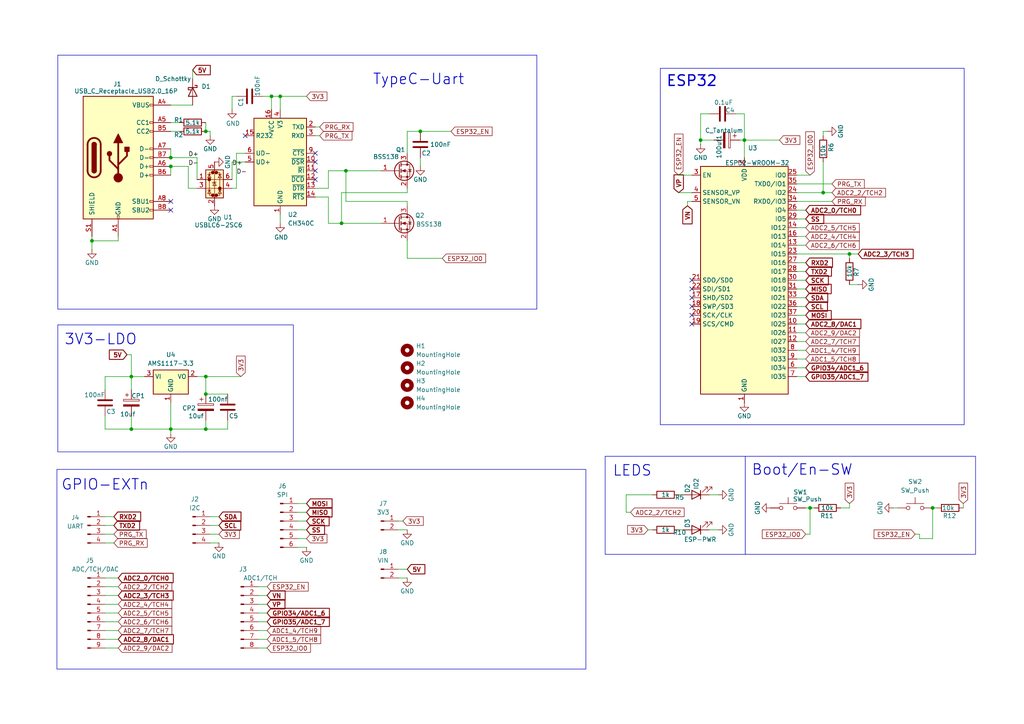
<source format=kicad_sch>
(kicad_sch (version 20231120) (generator "eeschema") (generator_version "8.0")
  (paper "A4")
  (title_block (title "CUSTOM ESP32") (date "2025-05-15"))
  (lib_symbols
    (symbol "Connector:Conn_01x02_Pin" (pin_names (offset 1.016) hide)
      (property "Reference" "J" (at 0 2.54 0))
      (property "Value" "Conn_01x02_Pin" (at 0 -5.08 0))
      (symbol "Conn_01x02_Pin_1_1"
        (pin passive line (at 5.08 0 180) (length 3.81) (name "Pin_1") (number "1"))
        (pin passive line (at 5.08 -2.54 180) (length 3.81) (name "Pin_2") (number "2"))
      )
    )
    (symbol "Connector:Conn_01x04_Pin" (pin_names (offset 1.016) hide)
      (property "Reference" "J" (at 0 5.08 0))
      (property "Value" "Conn_01x04_Pin" (at 0 -7.62 0))
      (symbol "Conn_01x04_Pin_1_1"
        (pin passive line (at 5.08 2.54 180) (length 3.81) (name "Pin_1") (number "1"))
        (pin passive line (at 5.08 0 180) (length 3.81) (name "Pin_2") (number "2"))
        (pin passive line (at 5.08 -2.54 180) (length 3.81) (name "Pin_3") (number "3"))
        (pin passive line (at 5.08 -5.08 180) (length 3.81) (name "Pin_4") (number "4"))
      )
    )
    (symbol "Connector:Conn_01x06_Pin" (pin_names (offset 1.016) hide)
      (property "Reference" "J" (at 0 7.62 0))
      (property "Value" "Conn_01x06_Pin" (at 0 -10.16 0))
      (symbol "Conn_01x06_Pin_1_1"
        (pin passive line (at 5.08 5.08 180) (length 3.81) (name "Pin_1") (number "1"))
        (pin passive line (at 5.08 2.54 180) (length 3.81) (name "Pin_2") (number "2"))
        (pin passive line (at 5.08 0 180) (length 3.81) (name "Pin_3") (number "3"))
        (pin passive line (at 5.08 -2.54 180) (length 3.81) (name "Pin_4") (number "4"))
        (pin passive line (at 5.08 -5.08 180) (length 3.81) (name "Pin_5") (number "5"))
        (pin passive line (at 5.08 -7.62 180) (length 3.81) (name "Pin_6") (number "6"))
      )
    )
    (symbol "Connector:Conn_01x08_Pin" (pin_names (offset 1.016) hide)
      (property "Reference" "J" (at 0 10.16 0))
      (property "Value" "Conn_01x08_Pin" (at 0 -12.7 0))
      (symbol "Conn_01x08_Pin_1_1"
        (pin passive line (at 5.08 7.62 180) (length 3.81) (name "Pin_1") (number "1"))
        (pin passive line (at 5.08 5.08 180) (length 3.81) (name "Pin_2") (number "2"))
        (pin passive line (at 5.08 2.54 180) (length 3.81) (name "Pin_3") (number "3"))
        (pin passive line (at 5.08 0 180) (length 3.81) (name "Pin_4") (number "4"))
        (pin passive line (at 5.08 -2.54 180) (length 3.81) (name "Pin_5") (number "5"))
        (pin passive line (at 5.08 -5.08 180) (length 3.81) (name "Pin_6") (number "6"))
        (pin passive line (at 5.08 -7.62 180) (length 3.81) (name "Pin_7") (number "7"))
        (pin passive line (at 5.08 -10.16 180) (length 3.81) (name "Pin_8") (number "8"))
      )
    )
    (symbol "Connector:Conn_01x09_Pin" (pin_names (offset 1.016) hide)
      (property "Reference" "J" (at 0 12.7 0))
      (property "Value" "Conn_01x09_Pin" (at 0 -12.7 0))
      (symbol "Conn_01x09_Pin_1_1"
        (pin passive line (at 5.08 10.16 180) (length 3.81) (name "Pin_1") (number "1"))
        (pin passive line (at 5.08 7.62 180) (length 3.81) (name "Pin_2") (number "2"))
        (pin passive line (at 5.08 5.08 180) (length 3.81) (name "Pin_3") (number "3"))
        (pin passive line (at 5.08 2.54 180) (length 3.81) (name "Pin_4") (number "4"))
        (pin passive line (at 5.08 0 180) (length 3.81) (name "Pin_5") (number "5"))
        (pin passive line (at 5.08 -2.54 180) (length 3.81) (name "Pin_6") (number "6"))
        (pin passive line (at 5.08 -5.08 180) (length 3.81) (name "Pin_7") (number "7"))
        (pin passive line (at 5.08 -7.62 180) (length 3.81) (name "Pin_8") (number "8"))
        (pin passive line (at 5.08 -10.16 180) (length 3.81) (name "Pin_9") (number "9"))
      )
    )
    (symbol "Connector:USB_C_Receptacle_USB2.0_16P" (pin_names (offset 1.016))
      (property "Reference" "J" (at 0 22.225 0))
      (property "Value" "USB_C_Receptacle_USB2.0_16P" (at 0 19.685 0))
      (symbol "USB_C_Receptacle_USB2.0_16P_1_1"
        (pin passive line (at 0 -22.86 90) (length 5.08) (name "GND") (number "A1"))
        (pin passive line (at 0 -22.86 90) (length 5.08) hide (name "GND") (number "A12"))
        (pin passive line (at 15.24 15.24 180) (length 5.08) (name "VBUS") (number "A4"))
        (pin bidirectional line (at 15.24 10.16 180) (length 5.08) (name "CC1") (number "A5"))
        (pin bidirectional line (at 15.24 -2.54 180) (length 5.08) (name "D+") (number "A6"))
        (pin bidirectional line (at 15.24 2.54 180) (length 5.08) (name "D-") (number "A7"))
        (pin bidirectional line (at 15.24 -12.7 180) (length 5.08) (name "SBU1") (number "A8"))
        (pin passive line (at 15.24 15.24 180) (length 5.08) hide (name "VBUS") (number "A9"))
        (pin passive line (at 0 -22.86 90) (length 5.08) hide (name "GND") (number "B1"))
        (pin passive line (at 0 -22.86 90) (length 5.08) hide (name "GND") (number "B12"))
        (pin passive line (at 15.24 15.24 180) (length 5.08) hide (name "VBUS") (number "B4"))
        (pin bidirectional line (at 15.24 7.62 180) (length 5.08) (name "CC2") (number "B5"))
        (pin bidirectional line (at 15.24 -5.08 180) (length 5.08) (name "D+") (number "B6"))
        (pin bidirectional line (at 15.24 0 180) (length 5.08) (name "D-") (number "B7"))
        (pin bidirectional line (at 15.24 -15.24 180) (length 5.08) (name "SBU2") (number "B8"))
        (pin passive line (at 15.24 15.24 180) (length 5.08) hide (name "VBUS") (number "B9"))
        (pin passive line (at -7.62 -22.86 90) (length 5.08) (name "SHIELD") (number "S1"))
      )
    )
    (symbol "Device:C" (pin_numbers hide) (pin_names (offset 0.254))
      (property "Reference" "C" (at 0.635 2.54 0))
      (property "Value" "C" (at 0.635 -2.54 0))
      (symbol "C_1_1"
        (pin passive line (at 0 3.81 270) (length 2.794) (name "~") (number "1"))
        (pin passive line (at 0 -3.81 90) (length 2.794) (name "~") (number "2"))
      )
    )
    (symbol "Device:C_Polarized" (pin_numbers hide) (pin_names (offset 0.254))
      (property "Reference" "C" (at 0.635 2.54 0))
      (property "Value" "C_Polarized" (at 0.635 -2.54 0))
      (symbol "C_Polarized_1_1"
        (pin passive line (at 0 3.81 270) (length 2.794) (name "~") (number "1"))
        (pin passive line (at 0 -3.81 90) (length 2.794) (name "~") (number "2"))
      )
    )
    (symbol "Device:D_Schottky" (pin_numbers hide) (pin_names (offset 1.016) hide)
      (property "Reference" "D" (at 0 2.54 0))
      (property "Value" "D_Schottky" (at 0 -2.54 0))
      (symbol "D_Schottky_1_1"
        (pin passive line (at -3.81 0 0) (length 2.54) (name "K") (number "1"))
        (pin passive line (at 3.81 0 180) (length 2.54) (name "A") (number "2"))
      )
    )
    (symbol "Device:LED" (pin_numbers hide) (pin_names (offset 1.016) hide)
      (property "Reference" "D" (at 0 2.54 0))
      (property "Value" "LED" (at 0 -2.54 0))
      (symbol "LED_1_1"
        (pin passive line (at -3.81 0 0) (length 2.54) (name "K") (number "1"))
        (pin passive line (at 3.81 0 180) (length 2.54) (name "A") (number "2"))
      )
    )
    (symbol "Device:R" (pin_numbers hide) (pin_names (offset 0))
      (property "Reference" "R" (at 2.032 0 90))
      (property "Value" "R" (at 0 0 90))
      (symbol "R_1_1"
        (pin passive line (at 0 3.81 270) (length 1.27) (name "~") (number "1"))
        (pin passive line (at 0 -3.81 90) (length 1.27) (name "~") (number "2"))
      )
    )
    (symbol "Interface_USB:CH340C"
      (property "Reference" "U6" (at 2.1941 -15.24 0))
      (property "Value" "CH340C" (at 2.1941 -17.78 0))
      (symbol "CH340C_1_1"
        (pin power_in line (at 0 -15.24 90) (length 2.54) (name "GND") (number "1"))
        (pin input line (at 10.16 0 180) (length 2.54) (name "~{DSR}") (number "10"))
        (pin input line (at 10.16 -2.54 180) (length 2.54) (name "~{RI}") (number "11"))
        (pin input line (at 10.16 -5.08 180) (length 2.54) (name "~{DCD}") (number "12"))
        (pin output line (at 10.16 -7.62 180) (length 2.54) (name "~{DTR}") (number "13"))
        (pin output line (at 10.16 -10.16 180) (length 2.54) (name "~{RTS}") (number "14"))
        (pin input line (at -10.16 7.62 0) (length 2.54) (name "R232") (number "15"))
        (pin power_in line (at -2.54 15.24 270) (length 2.54) (name "VCC") (number "16"))
        (pin output line (at 10.16 10.16 180) (length 2.54) (name "TXD") (number "2"))
        (pin input line (at 10.16 7.62 180) (length 2.54) (name "RXD") (number "3"))
        (pin power_out line (at 0 15.24 270) (length 2.54) (name "V3") (number "4"))
        (pin bidirectional line (at -10.16 0 0) (length 2.54) (name "UD+") (number "5"))
        (pin bidirectional line (at -10.16 2.54 0) (length 2.54) (name "UD-") (number "6"))
        (pin no_connect line (at -7.62 -5.08 0) (length 2.54) hide (name "NC") (number "7"))
        (pin no_connect line (at -7.62 -7.62 0) (length 2.54) hide (name "NC") (number "8"))
        (pin input line (at 10.16 2.54 180) (length 2.54) (name "~{CTS}") (number "9"))
      )
    )
    (symbol "Mechanical:MountingHole" (pin_names (offset 1.016)) (exclude_from_sim yes) (in_bom no)
      (property "Reference" "H" (at 0 5.08 0))
      (property "Value" "MountingHole" (at 0 3.175 0))
    )
    (symbol "Power_Protection:USBLC6-2SC6" (pin_names hide)
      (property "Reference" "U" (at 0.635 5.715 0))
      (property "Value" "USBLC6-2SC6" (at 0.635 3.81 0))
      (symbol "USBLC6-2SC6_1_1"
        (pin passive line (at -5.08 0 0) (length 2.54) (name "I/O1") (number "1"))
        (pin passive line (at 0 -7.62 90) (length 2.54) (name "GND") (number "2"))
        (pin passive line (at -5.08 -2.54 0) (length 2.54) (name "I/O2") (number "3"))
        (pin passive line (at 5.08 -2.54 180) (length 2.54) (name "I/O2") (number "4"))
        (pin passive line (at 0 5.08 270) (length 2.54) (name "VBUS") (number "5"))
        (pin passive line (at 5.08 0 180) (length 2.54) (name "I/O1") (number "6"))
      )
    )
    (symbol "RF_Module:ESP32-WROOM-32"
      (property "Reference" "U" (at -12.7 34.29 0))
      (property "Value" "ESP32-WROOM-32" (at 1.27 34.29 0))
      (symbol "ESP32-WROOM-32_1_1"
        (pin power_in line (at 0 -35.56 90) (length 2.54) (name "GND") (number "1"))
        (pin bidirectional line (at 15.24 -12.7 180) (length 2.54) (name "IO25") (number "10"))
        (pin bidirectional line (at 15.24 -15.24 180) (length 2.54) (name "IO26") (number "11"))
        (pin bidirectional line (at 15.24 -17.78 180) (length 2.54) (name "IO27") (number "12"))
        (pin bidirectional line (at 15.24 10.16 180) (length 2.54) (name "IO14") (number "13"))
        (pin bidirectional line (at 15.24 15.24 180) (length 2.54) (name "IO12") (number "14"))
        (pin passive line (at 0 -35.56 90) (length 2.54) hide (name "GND") (number "15"))
        (pin bidirectional line (at 15.24 12.7 180) (length 2.54) (name "IO13") (number "16"))
        (pin bidirectional line (at -15.24 -5.08 0) (length 2.54) (name "SHD/SD2") (number "17"))
        (pin bidirectional line (at -15.24 -7.62 0) (length 2.54) (name "SWP/SD3") (number "18"))
        (pin bidirectional line (at -15.24 -12.7 0) (length 2.54) (name "SCS/CMD") (number "19"))
        (pin power_in line (at 0 35.56 270) (length 2.54) (name "VDD") (number "2"))
        (pin bidirectional line (at -15.24 -10.16 0) (length 2.54) (name "SCK/CLK") (number "20"))
        (pin bidirectional line (at -15.24 0 0) (length 2.54) (name "SDO/SD0") (number "21"))
        (pin bidirectional line (at -15.24 -2.54 0) (length 2.54) (name "SDI/SD1") (number "22"))
        (pin bidirectional line (at 15.24 7.62 180) (length 2.54) (name "IO15") (number "23"))
        (pin bidirectional line (at 15.24 25.4 180) (length 2.54) (name "IO2") (number "24"))
        (pin bidirectional line (at 15.24 30.48 180) (length 2.54) (name "IO0") (number "25"))
        (pin bidirectional line (at 15.24 20.32 180) (length 2.54) (name "IO4") (number "26"))
        (pin bidirectional line (at 15.24 5.08 180) (length 2.54) (name "IO16") (number "27"))
        (pin bidirectional line (at 15.24 2.54 180) (length 2.54) (name "IO17") (number "28"))
        (pin bidirectional line (at 15.24 17.78 180) (length 2.54) (name "IO5") (number "29"))
        (pin input line (at -15.24 30.48 0) (length 2.54) (name "EN") (number "3"))
        (pin bidirectional line (at 15.24 0 180) (length 2.54) (name "IO18") (number "30"))
        (pin bidirectional line (at 15.24 -2.54 180) (length 2.54) (name "IO19") (number "31"))
        (pin no_connect line (at -12.7 -27.94 0) (length 2.54) hide (name "NC") (number "32"))
        (pin bidirectional line (at 15.24 -5.08 180) (length 2.54) (name "IO21") (number "33"))
        (pin bidirectional line (at 15.24 22.86 180) (length 2.54) (name "RXD0/IO3") (number "34"))
        (pin bidirectional line (at 15.24 27.94 180) (length 2.54) (name "TXD0/IO1") (number "35"))
        (pin bidirectional line (at 15.24 -7.62 180) (length 2.54) (name "IO22") (number "36"))
        (pin bidirectional line (at 15.24 -10.16 180) (length 2.54) (name "IO23") (number "37"))
        (pin passive line (at 0 -35.56 90) (length 2.54) hide (name "GND") (number "38"))
        (pin passive line (at 0 -35.56 90) (length 2.54) hide (name "GND") (number "39"))
        (pin input line (at -15.24 25.4 0) (length 2.54) (name "SENSOR_VP") (number "4"))
        (pin input line (at -15.24 22.86 0) (length 2.54) (name "SENSOR_VN") (number "5"))
        (pin input line (at 15.24 -25.4 180) (length 2.54) (name "IO34") (number "6"))
        (pin input line (at 15.24 -27.94 180) (length 2.54) (name "IO35") (number "7"))
        (pin bidirectional line (at 15.24 -20.32 180) (length 2.54) (name "IO32") (number "8"))
        (pin bidirectional line (at 15.24 -22.86 180) (length 2.54) (name "IO33") (number "9"))
      )
    )
    (symbol "Regulator_Linear:AMS1117-3.3"
      (property "Reference" "U" (at -3.81 3.175 0))
      (property "Value" "AMS1117-3.3" (at 0 3.175 0))
      (symbol "AMS1117-3.3_1_1"
        (pin power_in line (at 0 -7.62 90) (length 2.54) (name "GND") (number "1"))
        (pin power_out line (at 7.62 0 180) (length 2.54) (name "VO") (number "2"))
        (pin power_in line (at -7.62 0 0) (length 2.54) (name "VI") (number "3"))
      )
    )
    (symbol "Switch:SW_Push" (pin_numbers hide) (pin_names (offset 1.016) hide)
      (property "Reference" "SW" (at 1.27 2.54 0))
      (property "Value" "SW_Push" (at 0 -1.524 0))
      (symbol "SW_Push_0_1"
        (pin passive line (at -5.08 0 0) (length 2.54) (name "1") (number "1"))
        (pin passive line (at 5.08 0 180) (length 2.54) (name "2") (number "2"))
      )
    )
    (symbol "Transistor_FET:BSS138" (pin_names hide)
      (property "Reference" "Q" (at 5.08 1.905 0))
      (property "Value" "BSS138" (at 5.08 0 0))
      (symbol "BSS138_1_1"
        (pin input line (at -5.08 0 0) (length 2.54) (name "G") (number "1"))
        (pin passive line (at 2.54 -5.08 90) (length 2.54) (name "S") (number "2"))
        (pin passive line (at 2.54 5.08 270) (length 2.54) (name "D") (number "3"))
      )
    )
    (symbol "power:GND" (power) (pin_numbers hide) (pin_names (offset 0) hide)
      (property "Value" "GND" (at 0 -3.81 0))
      (symbol "GND_1_1"
        (pin power_in line (at 0 0 270) (length 0) (name "~") (number "1"))
      )
    )
  )
  (junction (at 49.53 48.26))
  (junction (at 100.33 49.53))
  (junction (at 49.53 124.46))
  (junction (at 59.69 114.3))
  (junction (at 238.76 55.88))
  (junction (at 234.95 147.32))
  (junction (at 59.69 124.46))
  (junction (at 121.92 38.1))
  (junction (at 49.53 45.72))
  (junction (at 99.06 64.77))
  (junction (at 38.1 109.22))
  (junction (at 270.51 147.32))
  (junction (at 59.69 109.22))
  (junction (at 246.38 73.66))
  (junction (at 215.9 40.64))
  (junction (at 59.69 38.1))
  (junction (at 81.28 27.94))
  (junction (at 38.1 124.46))
  (junction (at 203.2 40.64))
  (junction (at 78.74 27.94))
  (junction (at 26.67 69.85))
  (no_connect (at 49.53 60.96))
  (no_connect (at 200.66 91.44))
  (no_connect (at 200.66 83.82))
  (no_connect (at 200.66 86.36))
  (no_connect (at 91.44 44.45))
  (no_connect (at 91.44 46.99))
  (no_connect (at 49.53 58.42))
  (no_connect (at 91.44 49.53))
  (no_connect (at 200.66 81.28))
  (no_connect (at 200.66 93.98))
  (no_connect (at 71.12 39.37))
  (no_connect (at 91.44 52.07))
  (no_connect (at 200.66 88.9))
  (wire (pts (xy 59.69 124.46) (xy 66.04 124.46)))
  (wire (pts (xy 34.29 175.26) (xy 30.48 175.26)))
  (wire (pts (xy 121.92 45.72) (xy 121.92 48.26)))
  (wire (pts (xy 30.48 109.22) (xy 30.48 113.03)))
  (wire (pts (xy 60.96 39.37) (xy 60.96 38.1)))
  (wire (pts (xy 77.47 172.72) (xy 74.93 172.72)))
  (wire (pts (xy 63.5 152.4) (xy 60.96 152.4)))
  (wire (pts (xy 63.5 149.86) (xy 60.96 149.86)))
  (wire (pts (xy 33.02 149.86) (xy 30.48 149.86)))
  (wire (pts (xy 59.69 35.56) (xy 59.69 38.1)))
  (wire (pts (xy 30.48 109.22) (xy 38.1 109.22)))
  (wire (pts (xy 34.29 167.64) (xy 30.48 167.64)))
  (wire (pts (xy 214.63 40.64) (xy 215.9 40.64)))
  (wire (pts (xy 271.78 147.32) (xy 270.51 147.32)))
  (wire (pts (xy 49.53 124.46) (xy 49.53 125.73)))
  (wire (pts (xy 68.58 44.45) (xy 71.12 44.45)))
  (wire (pts (xy 118.11 58.42) (xy 100.33 58.42)))
  (wire (pts (xy 91.44 39.37) (xy 92.71 39.37)))
  (wire (pts (xy 34.29 182.88) (xy 30.48 182.88)))
  (wire (pts (xy 49.53 43.18) (xy 49.53 45.72)))
  (wire (pts (xy 234.95 147.32) (xy 234.95 154.94)))
  (wire (pts (xy 196.85 50.8) (xy 200.66 50.8)))
  (wire (pts (xy 203.2 40.64) (xy 203.2 41.91)))
  (wire (pts (xy 231.14 91.44) (xy 233.68 91.44)))
  (wire (pts (xy 196.85 143.51) (xy 198.12 143.51)))
  (wire (pts (xy 59.69 109.22) (xy 59.69 114.3)))
  (wire (pts (xy 57.15 52.07) (xy 57.15 45.72)))
  (wire (pts (xy 118.11 55.88) (xy 118.11 54.61)))
  (wire (pts (xy 30.48 124.46) (xy 38.1 124.46)))
  (wire (pts (xy 91.44 36.83) (xy 92.71 36.83)))
  (wire (pts (xy 57.15 109.22) (xy 59.69 109.22)))
  (wire (pts (xy 81.28 62.23) (xy 81.28 64.77)))
  (wire (pts (xy 91.44 54.61) (xy 95.25 54.61)))
  (wire (pts (xy 30.48 120.65) (xy 30.48 124.46)))
  (wire (pts (xy 231.14 106.68) (xy 233.68 106.68)))
  (wire (pts (xy 100.33 49.53) (xy 110.49 49.53)))
  (wire (pts (xy 238.76 55.88) (xy 241.3 55.88)))
  (wire (pts (xy 215.9 40.64) (xy 226.06 40.64)))
  (wire (pts (xy 67.31 27.94) (xy 67.31 31.75)))
  (wire (pts (xy 26.67 69.85) (xy 26.67 72.39)))
  (wire (pts (xy 231.14 88.9) (xy 233.68 88.9)))
  (wire (pts (xy 49.53 116.84) (xy 49.53 124.46)))
  (wire (pts (xy 86.36 156.21) (xy 88.9 156.21)))
  (wire (pts (xy 196.85 153.67) (xy 198.12 153.67)))
  (wire (pts (xy 118.11 167.64) (xy 115.57 167.64)))
  (wire (pts (xy 77.47 177.8) (xy 74.93 177.8)))
  (wire (pts (xy 77.47 187.96) (xy 74.93 187.96)))
  (wire (pts (xy 66.04 121.92) (xy 66.04 124.46)))
  (wire (pts (xy 266.7 156.21) (xy 270.51 156.21)))
  (wire (pts (xy 59.69 109.22) (xy 69.85 109.22)))
  (wire (pts (xy 88.9 151.13) (xy 86.36 151.13)))
  (wire (pts (xy 231.14 60.96) (xy 233.68 60.96)))
  (wire (pts (xy 246.38 147.32) (xy 243.84 147.32)))
  (wire (pts (xy 34.29 177.8) (xy 30.48 177.8)))
  (wire (pts (xy 77.47 170.18) (xy 74.93 170.18)))
  (wire (pts (xy 34.29 187.96) (xy 30.48 187.96)))
  (wire (pts (xy 60.96 154.94) (xy 63.5 154.94)))
  (wire (pts (xy 88.9 146.05) (xy 86.36 146.05)))
  (wire (pts (xy 54.61 54.61) (xy 54.61 48.26)))
  (wire (pts (xy 196.85 55.88) (xy 200.66 55.88)))
  (wire (pts (xy 238.76 38.1) (xy 240.03 38.1)))
  (wire (pts (xy 59.69 121.92) (xy 59.69 124.46)))
  (wire (pts (xy 231.14 55.88) (xy 238.76 55.88)))
  (wire (pts (xy 231.14 104.14) (xy 233.68 104.14)))
  (wire (pts (xy 49.53 30.48) (xy 55.88 30.48)))
  (wire (pts (xy 118.11 74.93) (xy 128.27 74.93)))
  (wire (pts (xy 118.11 153.67) (xy 115.57 153.67)))
  (wire (pts (xy 81.28 27.94) (xy 81.28 31.75)))
  (wire (pts (xy 231.14 81.28) (xy 233.68 81.28)))
  (wire (pts (xy 231.14 76.2) (xy 233.68 76.2)))
  (wire (pts (xy 215.9 40.64) (xy 215.9 45.72)))
  (wire (pts (xy 181.61 148.59) (xy 182.88 148.59)))
  (wire (pts (xy 199.39 59.69) (xy 199.39 58.42)))
  (wire (pts (xy 49.53 38.1) (xy 52.07 38.1)))
  (wire (pts (xy 231.14 53.34) (xy 241.3 53.34)))
  (wire (pts (xy 88.9 158.75) (xy 86.36 158.75)))
  (wire (pts (xy 77.47 185.42) (xy 74.93 185.42)))
  (wire (pts (xy 88.9 148.59) (xy 86.36 148.59)))
  (wire (pts (xy 49.53 35.56) (xy 52.07 35.56)))
  (wire (pts (xy 38.1 102.87) (xy 38.1 109.22)))
  (wire (pts (xy 118.11 69.85) (xy 118.11 74.93)))
  (wire (pts (xy 81.28 27.94) (xy 88.9 27.94)))
  (wire (pts (xy 234.95 147.32) (xy 236.22 147.32)))
  (wire (pts (xy 49.53 48.26) (xy 49.53 50.8)))
  (wire (pts (xy 41.91 109.22) (xy 38.1 109.22)))
  (wire (pts (xy 38.1 102.87) (xy 36.83 102.87)))
  (wire (pts (xy 233.68 147.32) (xy 234.95 147.32)))
  (wire (pts (xy 181.61 143.51) (xy 189.23 143.51)))
  (wire (pts (xy 246.38 146.05) (xy 246.38 147.32)))
  (wire (pts (xy 34.29 170.18) (xy 30.48 170.18)))
  (wire (pts (xy 259.08 147.32) (xy 260.35 147.32)))
  (wire (pts (xy 60.96 38.1) (xy 59.69 38.1)))
  (wire (pts (xy 231.14 109.22) (xy 233.68 109.22)))
  (wire (pts (xy 88.9 153.67) (xy 86.36 153.67)))
  (wire (pts (xy 213.36 33.02) (xy 215.9 33.02)))
  (wire (pts (xy 199.39 58.42) (xy 200.66 58.42)))
  (wire (pts (xy 34.29 69.85) (xy 26.67 69.85)))
  (wire (pts (xy 49.53 124.46) (xy 59.69 124.46)))
  (wire (pts (xy 77.47 182.88) (xy 74.93 182.88)))
  (wire (pts (xy 78.74 27.94) (xy 78.74 31.75)))
  (wire (pts (xy 238.76 46.99) (xy 238.76 55.88)))
  (wire (pts (xy 115.57 165.1) (xy 118.11 165.1)))
  (wire (pts (xy 231.14 101.6) (xy 233.68 101.6)))
  (wire (pts (xy 91.44 57.15) (xy 95.25 57.15)))
  (wire (pts (xy 60.96 157.48) (xy 63.5 157.48)))
  (wire (pts (xy 118.11 38.1) (xy 121.92 38.1)))
  (wire (pts (xy 231.14 73.66) (xy 246.38 73.66)))
  (wire (pts (xy 270.51 147.32) (xy 270.51 156.21)))
  (wire (pts (xy 49.53 48.26) (xy 54.61 48.26)))
  (wire (pts (xy 231.14 66.04) (xy 233.68 66.04)))
  (wire (pts (xy 118.11 55.88) (xy 99.06 55.88)))
  (wire (pts (xy 95.25 54.61) (xy 95.25 49.53)))
  (wire (pts (xy 26.67 69.85) (xy 26.67 68.58)))
  (wire (pts (xy 231.14 96.52) (xy 233.68 96.52)))
  (wire (pts (xy 68.58 54.61) (xy 68.58 44.45)))
  (wire (pts (xy 248.92 82.55) (xy 246.38 82.55)))
  (wire (pts (xy 231.14 68.58) (xy 233.68 68.58)))
  (wire (pts (xy 95.25 49.53) (xy 100.33 49.53)))
  (wire (pts (xy 76.2 27.94) (xy 78.74 27.94)))
  (wire (pts (xy 33.02 152.4) (xy 30.48 152.4)))
  (wire (pts (xy 95.25 57.15) (xy 95.25 64.77)))
  (wire (pts (xy 231.14 93.98) (xy 233.68 93.98)))
  (wire (pts (xy 203.2 33.02) (xy 203.2 40.64)))
  (wire (pts (xy 116.84 151.13) (xy 115.57 151.13)))
  (wire (pts (xy 181.61 143.51) (xy 181.61 148.59)))
  (wire (pts (xy 34.29 68.58) (xy 34.29 69.85)))
  (wire (pts (xy 38.1 120.65) (xy 38.1 124.46)))
  (wire (pts (xy 33.02 154.94) (xy 30.48 154.94)))
  (wire (pts (xy 59.69 114.3) (xy 66.04 114.3)))
  (wire (pts (xy 205.74 143.51) (xy 208.28 143.51)))
  (wire (pts (xy 55.88 20.32) (xy 55.88 22.86)))
  (wire (pts (xy 233.68 154.94) (xy 234.95 154.94)))
  (wire (pts (xy 231.14 63.5) (xy 233.68 63.5)))
  (wire (pts (xy 231.14 78.74) (xy 233.68 78.74)))
  (wire (pts (xy 34.29 180.34) (xy 30.48 180.34)))
  (wire (pts (xy 67.31 52.07) (xy 67.31 46.99)))
  (wire (pts (xy 34.29 172.72) (xy 30.48 172.72)))
  (wire (pts (xy 231.14 50.8) (xy 234.95 50.8)))
  (wire (pts (xy 231.14 58.42) (xy 241.3 58.42)))
  (wire (pts (xy 34.29 185.42) (xy 30.48 185.42)))
  (wire (pts (xy 238.76 38.1) (xy 238.76 39.37)))
  (wire (pts (xy 67.31 54.61) (xy 68.58 54.61)))
  (wire (pts (xy 118.11 59.69) (xy 118.11 58.42)))
  (wire (pts (xy 95.25 64.77) (xy 99.06 64.77)))
  (wire (pts (xy 203.2 40.64) (xy 207.01 40.64)))
  (wire (pts (xy 78.74 27.94) (xy 81.28 27.94)))
  (wire (pts (xy 231.14 86.36) (xy 233.68 86.36)))
  (wire (pts (xy 205.74 153.67) (xy 208.28 153.67)))
  (wire (pts (xy 279.4 146.05) (xy 279.4 147.32)))
  (wire (pts (xy 67.31 46.99) (xy 71.12 46.99)))
  (wire (pts (xy 266.7 154.94) (xy 266.7 156.21)))
  (wire (pts (xy 246.38 73.66) (xy 246.38 74.93)))
  (wire (pts (xy 99.06 64.77) (xy 110.49 64.77)))
  (wire (pts (xy 189.23 153.67) (xy 187.96 153.67)))
  (wire (pts (xy 246.38 73.66) (xy 248.92 73.66)))
  (wire (pts (xy 231.14 99.06) (xy 233.68 99.06)))
  (wire (pts (xy 99.06 55.88) (xy 99.06 64.77)))
  (wire (pts (xy 57.15 54.61) (xy 54.61 54.61)))
  (wire (pts (xy 215.9 33.02) (xy 215.9 40.64)))
  (wire (pts (xy 118.11 44.45) (xy 118.11 38.1)))
  (wire (pts (xy 265.43 154.94) (xy 266.7 154.94)))
  (wire (pts (xy 100.33 49.53) (xy 100.33 58.42)))
  (wire (pts (xy 231.14 83.82) (xy 233.68 83.82)))
  (wire (pts (xy 38.1 124.46) (xy 49.53 124.46)))
  (wire (pts (xy 121.92 38.1) (xy 130.81 38.1)))
  (wire (pts (xy 33.02 157.48) (xy 30.48 157.48)))
  (wire (pts (xy 77.47 180.34) (xy 74.93 180.34)))
  (wire (pts (xy 77.47 175.26) (xy 74.93 175.26)))
  (wire (pts (xy 38.1 109.22) (xy 38.1 113.03)))
  (wire (pts (xy 231.14 71.12) (xy 233.68 71.12)))
  (wire (pts (xy 67.31 27.94) (xy 68.58 27.94)))
  (wire (pts (xy 49.53 45.72) (xy 57.15 45.72)))
  (wire (pts (xy 205.74 33.02) (xy 203.2 33.02)))
  (rectangle (start 16.51 136.144) (end 169.926 194.056))
  (rectangle (start 16.764 94.234) (end 85.09 131.064))
  (rectangle (start 216.154 132.334) (end 282.956 160.782))
  (rectangle (start 16.764 16.002) (end 155.702 89.662))
  (rectangle (start 191.516 19.812) (end 279.654 123.19))
  (rectangle (start 175.514 132.334) (end 216.154 160.782))
  (text "Boot/En-SW" (at 232.664 136.398 0) (effects (font (size 3.048 3.048) (thickness 0.254) (bold yes))))
  (text "GPIO-EXTn" (at 30.48 140.716 0) (effects (font (size 3.048 3.048) (thickness 0.254) (bold yes))))
  (text "3V3-LDO" (at 29.21 98.552 0) (effects (font (size 3.048 3.048) (thickness 0.254) (bold yes))))
  (text "TypeC-Uart" (at 121.412 23.114 0) (effects (font (size 3.048 3.048) (thickness 0.254) (bold yes))))
  (text "LEDS" (at 183.388 136.652 0) (effects (font (size 3.048 3.048) (thickness 0.254) (bold yes))))
  (text "ESP32" (at 200.66 23.622 0) (effects (font (size 3.048 3.048) (thickness 0.4064) (bold yes))))
  (label "D-" (at 54.61 48.26 0))
  (label "D+" (at 54.61 45.72 0))
  (label "D+" (at 67.31 48.26 0))
  (label "D-" (at 68.58 50.8 0))
  (global_label "3V3" (shape input) (at 63.5 154.94 0) (property "Intersheetrefs" "${INTERSHEET_REFS}" (effects (hide yes))))
  (global_label "PRG_RX" (shape input) (at 33.02 157.48 0) (property "Intersheetrefs" "${INTERSHEET_REFS}" (effects (hide yes))))
  (global_label "ADC1_4{slash}TCH9" (shape input) (at 233.68 101.6 0) (property "Intersheetrefs" "${INTERSHEET_REFS}" (effects (hide yes))))
  (global_label "VP" (shape input) (at 77.47 175.26 0) (effects (font (thickness 0.254) (bold yes))) (property "Intersheetrefs" "${INTERSHEET_REFS}" (effects (hide yes))))
  (global_label "TXD2" (shape input) (at 33.02 152.4 0) (effects (font (thickness 0.254) (bold yes))) (property "Intersheetrefs" "${INTERSHEET_REFS}" (effects (hide yes))))
  (global_label "ESP32_IO0" (shape input) (at 128.27 74.93 0) (property "Intersheetrefs" "${INTERSHEET_REFS}" (effects (hide yes))))
  (global_label "3V3" (shape input) (at 246.38 146.05 90) (property "Intersheetrefs" "${INTERSHEET_REFS}" (effects (hide yes))))
  (global_label "ADC2_0{slash}TCH0" (shape input) (at 34.29 167.64 0) (effects (font (thickness 0.254) (bold yes))) (property "Intersheetrefs" "${INTERSHEET_REFS}" (effects (hide yes))))
  (global_label "VN" (shape input) (at 77.47 172.72 0) (effects (font (thickness 0.254) (bold yes))) (property "Intersheetrefs" "${INTERSHEET_REFS}" (effects (hide yes))))
  (global_label "GPIO35{slash}ADC1_7" (shape input) (at 233.68 109.22 0) (effects (font (thickness 0.254) (bold yes))) (property "Intersheetrefs" "${INTERSHEET_REFS}" (effects (hide yes))))
  (global_label "3V3" (shape input) (at 279.4 146.05 90) (property "Intersheetrefs" "${INTERSHEET_REFS}" (effects (hide yes))))
  (global_label "ADC2_2{slash}TCH2" (shape input) (at 34.29 170.18 0) (property "Intersheetrefs" "${INTERSHEET_REFS}" (effects (hide yes))))
  (global_label "ESP32_IO0" (shape input) (at 233.68 154.94 180) (property "Intersheetrefs" "${INTERSHEET_REFS}" (effects (hide yes))))
  (global_label "ADC2_2{slash}TCH2" (shape input) (at 241.3 55.88 0) (property "Intersheetrefs" "${INTERSHEET_REFS}" (effects (hide yes))))
  (global_label "PRG_RX" (shape input) (at 241.3 58.42 0) (property "Intersheetrefs" "${INTERSHEET_REFS}" (effects (hide yes))))
  (global_label "ADC2_6{slash}TCH6" (shape input) (at 233.68 71.12 0) (property "Intersheetrefs" "${INTERSHEET_REFS}" (effects (hide yes))))
  (global_label "SDA" (shape input) (at 233.68 86.36 0) (effects (font (thickness 0.254) (bold yes))) (property "Intersheetrefs" "${INTERSHEET_REFS}" (effects (hide yes))))
  (global_label "PRG_TX" (shape input) (at 241.3 53.34 0) (property "Intersheetrefs" "${INTERSHEET_REFS}" (effects (hide yes))))
  (global_label "ESP32_IO0" (shape input) (at 77.47 187.96 0) (property "Intersheetrefs" "${INTERSHEET_REFS}" (effects (hide yes))))
  (global_label "SCK" (shape input) (at 233.68 81.28 0) (effects (font (thickness 0.254) (bold yes))) (property "Intersheetrefs" "${INTERSHEET_REFS}" (effects (hide yes))))
  (global_label "ADC2_4{slash}TCH4" (shape input) (at 34.29 175.26 0) (property "Intersheetrefs" "${INTERSHEET_REFS}" (effects (hide yes))))
  (global_label "3V3" (shape input) (at 88.9 156.21 0) (property "Intersheetrefs" "${INTERSHEET_REFS}" (effects (hide yes))))
  (global_label "SS" (shape input) (at 233.68 63.5 0) (effects (font (thickness 0.254) (bold yes))) (property "Intersheetrefs" "${INTERSHEET_REFS}" (effects (hide yes))))
  (global_label "ADC2_7{slash}TCH7" (shape input) (at 233.68 99.06 0) (property "Intersheetrefs" "${INTERSHEET_REFS}" (effects (hide yes))))
  (global_label "VP" (shape input) (at 196.85 55.88 90) (effects (font (thickness 0.254) (bold yes))) (property "Intersheetrefs" "${INTERSHEET_REFS}" (effects (hide yes))))
  (global_label "ADC2_7{slash}TCH7" (shape input) (at 34.29 182.88 0) (property "Intersheetrefs" "${INTERSHEET_REFS}" (effects (hide yes))))
  (global_label "ESP32_IO0" (shape input) (at 234.95 50.8 90) (property "Intersheetrefs" "${INTERSHEET_REFS}" (effects (hide yes))))
  (global_label "ESP32_EN" (shape input) (at 265.43 154.94 180) (property "Intersheetrefs" "${INTERSHEET_REFS}" (effects (hide yes))))
  (global_label "5V" (shape input) (at 55.88 20.32 0) (effects (font (thickness 0.254) (bold yes))) (property "Intersheetrefs" "${INTERSHEET_REFS}" (effects (hide yes))))
  (global_label "SCL" (shape input) (at 233.68 88.9 0) (effects (font (thickness 0.254) (bold yes))) (property "Intersheetrefs" "${INTERSHEET_REFS}" (effects (hide yes))))
  (global_label "PRG_TX" (shape input) (at 92.71 39.37 0) (property "Intersheetrefs" "${INTERSHEET_REFS}" (effects (hide yes))))
  (global_label "VN" (shape input) (at 199.39 59.69 270) (effects (font (thickness 0.254) (bold yes))) (property "Intersheetrefs" "${INTERSHEET_REFS}" (effects (hide yes))))
  (global_label "3V3" (shape input) (at 116.84 151.13 0) (property "Intersheetrefs" "${INTERSHEET_REFS}" (effects (hide yes))))
  (global_label "SCL" (shape input) (at 63.5 152.4 0) (effects (font (thickness 0.254) (bold yes))) (property "Intersheetrefs" "${INTERSHEET_REFS}" (effects (hide yes))))
  (global_label "GPIO35{slash}ADC1_7" (shape input) (at 77.47 180.34 0) (effects (font (thickness 0.254) (bold yes))) (property "Intersheetrefs" "${INTERSHEET_REFS}" (effects (hide yes))))
  (global_label "ADC2_3{slash}TCH3" (shape input) (at 248.92 73.66 0) (effects (font (thickness 0.254) (bold yes))) (property "Intersheetrefs" "${INTERSHEET_REFS}" (effects (hide yes))))
  (global_label "ESP32_EN" (shape input) (at 130.81 38.1 0) (property "Intersheetrefs" "${INTERSHEET_REFS}" (effects (hide yes))))
  (global_label "ADC2_0{slash}TCH0" (shape input) (at 233.68 60.96 0) (effects (font (thickness 0.254) (bold yes))) (property "Intersheetrefs" "${INTERSHEET_REFS}" (effects (hide yes))))
  (global_label "3V3" (shape input) (at 187.96 153.67 180) (property "Intersheetrefs" "${INTERSHEET_REFS}" (effects (hide yes))))
  (global_label "ADC2_8{slash}DAC1" (shape input) (at 233.68 93.98 0) (effects (font (thickness 0.254) (bold yes))) (property "Intersheetrefs" "${INTERSHEET_REFS}" (effects (hide yes))))
  (global_label "ADC2_5{slash}TCH5" (shape input) (at 233.68 66.04 0) (property "Intersheetrefs" "${INTERSHEET_REFS}" (effects (hide yes))))
  (global_label "SDA" (shape input) (at 63.5 149.86 0) (effects (font (thickness 0.254) (bold yes))) (property "Intersheetrefs" "${INTERSHEET_REFS}" (effects (hide yes))))
  (global_label "MOSI" (shape input) (at 88.9 146.05 0) (effects (font (thickness 0.254) (bold yes))) (property "Intersheetrefs" "${INTERSHEET_REFS}" (effects (hide yes))))
  (global_label "ADC1_5{slash}TCH8" (shape input) (at 233.68 104.14 0) (property "Intersheetrefs" "${INTERSHEET_REFS}" (effects (hide yes))))
  (global_label "ADC2_2{slash}TCH2" (shape input) (at 182.88 148.59 0) (property "Intersheetrefs" "${INTERSHEET_REFS}" (effects (hide yes))))
  (global_label "ADC1_5{slash}TCH8" (shape input) (at 77.47 185.42 0) (property "Intersheetrefs" "${INTERSHEET_REFS}" (effects (hide yes))))
  (global_label "MISO" (shape input) (at 233.68 83.82 0) (effects (font (thickness 0.254) (bold yes))) (property "Intersheetrefs" "${INTERSHEET_REFS}" (effects (hide yes))))
  (global_label "ESP32_EN" (shape input) (at 196.85 50.8 90) (property "Intersheetrefs" "${INTERSHEET_REFS}" (effects (hide yes))))
  (global_label "ADC2_6{slash}TCH6" (shape input) (at 34.29 180.34 0) (property "Intersheetrefs" "${INTERSHEET_REFS}" (effects (hide yes))))
  (global_label "MISO" (shape input) (at 88.9 148.59 0) (effects (font (thickness 0.254) (bold yes))) (property "Intersheetrefs" "${INTERSHEET_REFS}" (effects (hide yes))))
  (global_label "3V3" (shape input) (at 88.9 27.94 0) (property "Intersheetrefs" "${INTERSHEET_REFS}" (effects (hide yes))))
  (global_label "ADC2_9{slash}DAC2" (shape input) (at 233.68 96.52 0) (property "Intersheetrefs" "${INTERSHEET_REFS}" (effects (hide yes))))
  (global_label "5V" (shape input) (at 36.83 102.87 180) (effects (font (thickness 0.254) (bold yes))) (property "Intersheetrefs" "${INTERSHEET_REFS}" (effects (hide yes))))
  (global_label "ADC1_4{slash}TCH9" (shape input) (at 77.47 182.88 0) (property "Intersheetrefs" "${INTERSHEET_REFS}" (effects (hide yes))))
  (global_label "ESP32_EN" (shape input) (at 77.47 170.18 0) (property "Intersheetrefs" "${INTERSHEET_REFS}" (effects (hide yes))))
  (global_label "SCK" (shape input) (at 88.9 151.13 0) (effects (font (thickness 0.254) (bold yes))) (property "Intersheetrefs" "${INTERSHEET_REFS}" (effects (hide yes))))
  (global_label "MOSI" (shape input) (at 233.68 91.44 0) (effects (font (thickness 0.254) (bold yes))) (property "Intersheetrefs" "${INTERSHEET_REFS}" (effects (hide yes))))
  (global_label "RXD2" (shape input) (at 233.68 76.2 0) (effects (font (thickness 0.254) (bold yes))) (property "Intersheetrefs" "${INTERSHEET_REFS}" (effects (hide yes))))
  (global_label "ADC2_3{slash}TCH3" (shape input) (at 34.29 172.72 0) (effects (font (thickness 0.254) (bold yes))) (property "Intersheetrefs" "${INTERSHEET_REFS}" (effects (hide yes))))
  (global_label "GPIO34{slash}ADC1_6" (shape input) (at 77.47 177.8 0) (effects (font (thickness 0.254) (bold yes))) (property "Intersheetrefs" "${INTERSHEET_REFS}" (effects (hide yes))))
  (global_label "3V3" (shape input) (at 69.85 109.22 90) (property "Intersheetrefs" "${INTERSHEET_REFS}" (effects (hide yes))))
  (global_label "5V" (shape input) (at 118.11 165.1 0) (effects (font (thickness 0.254) (bold yes))) (property "Intersheetrefs" "${INTERSHEET_REFS}" (effects (hide yes))))
  (global_label "RXD2" (shape input) (at 33.02 149.86 0) (effects (font (thickness 0.254) (bold yes))) (property "Intersheetrefs" "${INTERSHEET_REFS}" (effects (hide yes))))
  (global_label "PRG_TX" (shape input) (at 33.02 154.94 0) (property "Intersheetrefs" "${INTERSHEET_REFS}" (effects (hide yes))))
  (global_label "GPIO34{slash}ADC1_6" (shape input) (at 233.68 106.68 0) (effects (font (thickness 0.254) (bold yes))) (property "Intersheetrefs" "${INTERSHEET_REFS}" (effects (hide yes))))
  (global_label "SS" (shape input) (at 88.9 153.67 0) (effects (font (thickness 0.254) (bold yes))) (property "Intersheetrefs" "${INTERSHEET_REFS}" (effects (hide yes))))
  (global_label "ADC2_8{slash}DAC1" (shape input) (at 34.29 185.42 0) (effects (font (thickness 0.254) (bold yes))) (property "Intersheetrefs" "${INTERSHEET_REFS}" (effects (hide yes))))
  (global_label "TXD2" (shape input) (at 233.68 78.74 0) (effects (font (thickness 0.254) (bold yes))) (property "Intersheetrefs" "${INTERSHEET_REFS}" (effects (hide yes))))
  (global_label "3V3" (shape input) (at 226.06 40.64 0) (property "Intersheetrefs" "${INTERSHEET_REFS}" (effects (hide yes))))
  (global_label "ADC2_4{slash}TCH4" (shape input) (at 233.68 68.58 0) (property "Intersheetrefs" "${INTERSHEET_REFS}" (effects (hide yes))))
  (global_label "ADC2_9{slash}DAC2" (shape input) (at 34.29 187.96 0) (property "Intersheetrefs" "${INTERSHEET_REFS}" (effects (hide yes))))
  (global_label "ADC2_5{slash}TCH5" (shape input) (at 34.29 177.8 0) (property "Intersheetrefs" "${INTERSHEET_REFS}" (effects (hide yes))))
  (global_label "PRG_RX" (shape input) (at 92.71 36.83 0) (property "Intersheetrefs" "${INTERSHEET_REFS}" (effects (hide yes))))
  (symbol (lib_id "Device:C") (at 121.92 41.91 180) (unit 1)
    (property "Reference" "C2" (at 124.968 44.45 0) (effects (justify left)))
    (property "Value" "100nF" (at 130.81 41.91 0) (effects (justify left)))
    (property "Footprint" "Capacitor_SMD:C_0805_2012Metric_Pad1.18x1.45mm_HandSolder" (effects (hide yes)))
    (property "Description" "Unpolarized capacitor" (effects (hide yes)))
  )
  (symbol (lib_id "Device:C_Polarized") (at 210.82 40.64 270) (unit 1)
    (property "Reference" "100uf1" (at 208.534 39.116 0) (effects (justify left)))
    (property "Value" "C_Tantalum" (at 204.47 37.846 90) (effects (justify left)))
    (property "Footprint" "Capacitor_Tantalum_SMD:CP_EIA-3216-10_Kemet-I" (effects (hide yes)))
    (property "Description" "Polarized capacitor" (effects (hide yes)))
  )
  (symbol (lib_id "power:GND") (at 208.28 153.67 90) (unit 1)
    (property "Reference" "#PWR013" (effects (hide yes)))
    (property "Value" "GND" (at 212.09 153.67 0))
    (property "Description" "Power symbol creates a global label with name \"GND\" , ground" (effects (hide yes)))
  )
  (symbol (lib_id "Device:C_Polarized") (at 59.69 118.11 0) (unit 1)
    (property "Reference" "CP2" (at 52.832 118.364 0) (effects (justify left)))
    (property "Value" "10uf" (at 54.61 120.65 0) (effects (justify left)))
    (property "Footprint" "Capacitor_SMD:C_0805_2012Metric_Pad1.18x1.45mm_HandSolder" (effects (hide yes)))
    (property "Description" "Polarized capacitor" (effects (hide yes)))
  )
  (symbol (lib_id "power:GND") (at 203.2 41.91 0) (unit 1)
    (property "Reference" "#PWR09" (effects (hide yes)))
    (property "Value" "GND" (at 203.2 45.72 0))
    (property "Description" "Power symbol creates a global label with name \"GND\" , ground" (effects (hide yes)))
  )
  (symbol (lib_id "power:GND") (at 63.5 157.48 0) (unit 1)
    (property "Reference" "#PWR08" (effects (hide yes)))
    (property "Value" "GND" (at 63.5 161.29 0))
    (property "Description" "Power symbol creates a global label with name \"GND\" , ground" (effects (hide yes)))
  )
  (symbol (lib_id "Device:C_Polarized") (at 38.1 116.84 0) (unit 1)
    (property "Reference" "CP1" (at 38.1 114.808 0) (effects (justify left)))
    (property "Value" "10uf" (at 34.798 120.142 0) (effects (justify left)))
    (property "Footprint" "Capacitor_SMD:C_0805_2012Metric_Pad1.18x1.45mm_HandSolder" (effects (hide yes)))
    (property "Description" "Polarized capacitor" (effects (hide yes)))
  )
  (symbol (lib_id "power:GND") (at 118.11 167.64 0) (unit 1)
    (property "Reference" "#PWR019" (effects (hide yes)))
    (property "Value" "GND" (at 118.11 171.45 0))
    (property "Description" "Power symbol creates a global label with name \"GND\" , ground" (effects (hide yes)))
  )
  (symbol (lib_id "Device:C") (at 66.04 118.11 180) (unit 1)
    (property "Reference" "C5" (at 69.088 120.65 0) (effects (justify left)))
    (property "Value" "100nf" (at 66.04 115.824 0) (effects (justify left)))
    (property "Footprint" "Capacitor_SMD:C_0805_2012Metric_Pad1.18x1.45mm_HandSolder" (effects (hide yes)))
    (property "Description" "Unpolarized capacitor" (effects (hide yes)))
  )
  (symbol (lib_id "Transistor_FET:BSS138") (at 115.57 49.53 0) (unit 1)
    (property "Reference" "Q1" (at 114.808 43.434 0) (effects (justify left)))
    (property "Value" "BSS138" (at 108.204 45.466 0) (effects (justify left)))
    (property "Footprint" "Package_TO_SOT_SMD:SOT-23" (effects (hide yes)))
    (property "Datasheet" "https://www.onsemi.com/pub/Collateral/BSS138-D.PDF" (effects (hide yes)))
    (property "Description" "50V Vds, 0.22A Id, N-Channel MOSFET, SOT-23" (effects (hide yes)))
  )
  (symbol (lib_id "Power_Protection:USBLC6-2SC6") (at 62.23 52.07 0) (unit 1)
    (property "Reference" "U1" (at 64.77 62.992 0) (effects (justify left)))
    (property "Value" "USBLC6-2SC6" (at 56.388 65.278 0) (effects (justify left)))
    (property "Footprint" "Package_TO_SOT_SMD:SOT-23-6" (effects (hide yes)))
    (property "Datasheet" "https://www.st.com/resource/en/datasheet/usblc6-2.pdf" (effects (hide yes)))
    (property "Description" "Very low capacitance ESD protection diode, 2 data-line, SOT-23-6" (effects (hide yes)))
  )
  (symbol (lib_id "power:GND") (at 26.67 72.39 0) (unit 1)
    (property "Reference" "#PWR01" (effects (hide yes)))
    (property "Value" "GND" (at 26.67 76.2 0))
    (property "Description" "Power symbol creates a global label with name \"GND\" , ground" (effects (hide yes)))
  )
  (symbol (lib_id "Regulator_Linear:AMS1117-3.3") (at 49.53 109.22 0) (unit 1)
    (property "Reference" "U4" (at 49.53 102.87 0))
    (property "Value" "AMS1117-3.3" (at 49.53 105.41 0))
    (property "Footprint" "Package_TO_SOT_SMD:SOT-223-3_TabPin2" (effects (hide yes)))
    (property "Datasheet" "http://www.advanced-monolithic.com/pdf/ds1117.pdf" (effects (hide yes)))
    (property "Description" "1A Low Dropout regulator, positive, 3.3V fixed output, SOT-223" (effects (hide yes)))
  )
  (symbol (lib_id "power:GND") (at 81.28 64.77 0) (unit 1)
    (property "Reference" "#PWR06" (effects (hide yes)))
    (property "Value" "GND" (at 81.534 68.834 0))
    (property "Description" "Power symbol creates a global label with name \"GND\" , ground" (effects (hide yes)))
  )
  (symbol (lib_id "Mechanical:MountingHole") (at 118.11 101.6 0) (unit 1) (exclude_from_sim yes) (in_bom no)
    (property "Reference" "H1" (at 120.65 100.3299 0) (effects (justify left)))
    (property "Value" "MountingHole" (at 120.65 102.8699 0) (effects (justify left)))
    (property "Footprint" "MountingHole:MountingHole_2.2mm_M2" (effects (hide yes)))
    (property "Description" "Mounting Hole without connection" (effects (hide yes)))
  )
  (symbol (lib_id "Device:R") (at 55.88 38.1 90) (unit 1)
    (property "Reference" "R2" (at 51.816 39.116 90))
    (property "Value" "5.1k" (at 55.88 38.1 90))
    (property "Footprint" "Resistor_SMD:R_0805_2012Metric_Pad1.20x1.40mm_HandSolder" (effects (hide yes)))
    (property "Description" "Resistor" (effects (hide yes)))
  )
  (symbol (lib_id "Switch:SW_Push") (at 265.43 147.32 0) (unit 1)
    (property "Reference" "SW2" (at 265.43 139.7 0))
    (property "Value" "SW_Push" (at 265.43 142.24 0))
    (property "Footprint" "Button_Switch_SMD:SW_Tactile_SPST_NO_Straight_CK_PTS636Sx25SMTRLFS" (effects (hide yes)))
    (property "Description" "Push button switch, generic, two pins" (effects (hide yes)))
  )
  (symbol (lib_id "power:GND") (at 240.03 38.1 90) (unit 1)
    (property "Reference" "#PWR020" (effects (hide yes)))
    (property "Value" "GND" (at 243.84 38.1 0))
    (property "Description" "Power symbol creates a global label with name \"GND\" , ground" (effects (hide yes)))
  )
  (symbol (lib_id "Mechanical:MountingHole") (at 118.11 111.76 0) (unit 1) (exclude_from_sim yes) (in_bom no)
    (property "Reference" "H3" (at 120.65 110.4899 0) (effects (justify left)))
    (property "Value" "MountingHole" (at 120.65 113.0299 0) (effects (justify left)))
    (property "Footprint" "MountingHole:MountingHole_2.2mm_M2" (effects (hide yes)))
    (property "Description" "Mounting Hole without connection" (effects (hide yes)))
  )
  (symbol (lib_id "Mechanical:MountingHole") (at 118.11 106.68 0) (unit 1) (exclude_from_sim yes) (in_bom no)
    (property "Reference" "H2" (at 120.65 105.4099 0) (effects (justify left)))
    (property "Value" "MountingHole" (at 120.65 107.9499 0) (effects (justify left)))
    (property "Footprint" "MountingHole:MountingHole_2.2mm_M2" (effects (hide yes)))
    (property "Description" "Mounting Hole without connection" (effects (hide yes)))
  )
  (symbol (lib_id "Device:C") (at 209.55 33.02 90) (unit 1)
    (property "Reference" "C4" (at 213.106 32.004 90) (effects (justify left)))
    (property "Value" "0.1uF" (at 212.598 29.718 90) (effects (justify left)))
    (property "Footprint" "Capacitor_SMD:C_0805_2012Metric_Pad1.18x1.45mm_HandSolder" (effects (hide yes)))
    (property "Description" "Unpolarized capacitor" (effects (hide yes)))
  )
  (symbol (lib_id "power:GND") (at 88.9 158.75 0) (unit 1)
    (property "Reference" "#PWR017" (effects (hide yes)))
    (property "Value" "GND" (at 88.9 162.56 0))
    (property "Description" "Power symbol creates a global label with name \"GND\" , ground" (effects (hide yes)))
  )
  (symbol (lib_id "power:GND") (at 62.23 59.69 0) (unit 1)
    (property "Reference" "#PWR04" (effects (hide yes)))
    (property "Value" "GND" (at 62.23 63.5 0))
    (property "Description" "Power symbol creates a global label with name \"GND\" , ground" (effects (hide yes)))
  )
  (symbol (lib_id "Mechanical:MountingHole") (at 118.11 116.84 0) (unit 1) (exclude_from_sim yes) (in_bom no)
    (property "Reference" "H4" (at 120.65 115.5699 0) (effects (justify left)))
    (property "Value" "MountingHole" (at 120.65 118.1099 0) (effects (justify left)))
    (property "Footprint" "MountingHole:MountingHole_2.2mm_M2" (effects (hide yes)))
    (property "Description" "Mounting Hole without connection" (effects (hide yes)))
  )
  (symbol (lib_id "power:GND") (at 208.28 143.51 90) (unit 1)
    (property "Reference" "#PWR011" (effects (hide yes)))
    (property "Value" "GND" (at 212.09 143.51 0))
    (property "Description" "Power symbol creates a global label with name \"GND\" , ground" (effects (hide yes)))
  )
  (symbol (lib_id "Device:R") (at 238.76 43.18 0) (unit 1)
    (property "Reference" "R6" (at 241.046 41.402 90) (effects (justify right)))
    (property "Value" "10k" (at 238.76 41.91 90) (effects (justify right)))
    (property "Footprint" "Resistor_SMD:R_0805_2012Metric_Pad1.20x1.40mm_HandSolder" (effects (hide yes)))
    (property "Description" "Resistor" (effects (hide yes)))
  )
  (symbol (lib_id "Device:R") (at 193.04 153.67 270) (unit 1)
    (property "Reference" "R10" (at 197.104 154.432 90))
    (property "Value" "1k" (at 193.04 153.67 90))
    (property "Footprint" "Resistor_SMD:R_0805_2012Metric_Pad1.20x1.40mm_HandSolder" (effects (hide yes)))
    (property "Description" "Resistor" (effects (hide yes)))
  )
  (symbol (lib_id "Transistor_FET:BSS138") (at 115.57 64.77 0) (unit 1)
    (property "Reference" "Q2" (at 120.396 62.484 0) (effects (justify left)))
    (property "Value" "BSS138" (at 120.65 65.024 0) (effects (justify left)))
    (property "Footprint" "Package_TO_SOT_SMD:SOT-23" (effects (hide yes)))
    (property "Datasheet" "https://www.onsemi.com/pub/Collateral/BSS138-D.PDF" (effects (hide yes)))
    (property "Description" "50V Vds, 0.22A Id, N-Channel MOSFET, SOT-23" (effects (hide yes)))
  )
  (symbol (lib_id "Device:D_Schottky") (at 55.88 26.67 270) (unit 1)
    (property "Reference" "D1" (at 58.42 25.0824 90) (effects (justify left)))
    (property "Value" "D_Schottky" (at 44.958 22.86 90) (effects (justify left)))
    (property "Footprint" "Resistor_SMD:R_0805_2012Metric_Pad1.20x1.40mm_HandSolder" (effects (hide yes)))
    (property "Description" "Schottky diode" (effects (hide yes)))
  )
  (symbol (lib_id "power:GND") (at 259.08 147.32 270) (unit 1)
    (property "Reference" "#PWR015" (effects (hide yes)))
    (property "Value" "GND" (at 255.27 147.32 0))
    (property "Description" "Power symbol creates a global label with name \"GND\" , ground" (effects (hide yes)))
  )
  (symbol (lib_id "Switch:SW_Push") (at 228.6 147.32 0) (unit 1)
    (property "Reference" "SW1" (at 232.156 142.748 0))
    (property "Value" "SW_Push" (at 234.188 144.78 0))
    (property "Footprint" "Button_Switch_SMD:SW_Tactile_SPST_NO_Straight_CK_PTS636Sx25SMTRLFS" (effects (hide yes)))
    (property "Description" "Push button switch, generic, two pins" (effects (hide yes)))
  )
  (symbol (lib_id "Device:R") (at 55.88 35.56 90) (unit 1)
    (property "Reference" "R1" (at 51.816 34.798 90))
    (property "Value" "5.1k" (at 55.88 35.56 90))
    (property "Footprint" "Resistor_SMD:R_0805_2012Metric_Pad1.20x1.40mm_HandSolder" (effects (hide yes)))
    (property "Description" "Resistor" (effects (hide yes)))
  )
  (symbol (lib_id "power:GND") (at 67.31 31.75 0) (unit 1)
    (property "Reference" "#PWR05" (effects (hide yes)))
    (property "Value" "GND" (at 67.564 35.814 0))
    (property "Description" "Power symbol creates a global label with name \"GND\" , ground" (effects (hide yes)))
  )
  (symbol (lib_id "Connector:Conn_01x04_Pin") (at 55.88 152.4 0) (unit 1)
    (property "Reference" "J2" (at 56.515 144.78 0))
    (property "Value" "I2C" (at 56.515 147.32 0))
    (property "Footprint" "Connector_PinHeader_2.54mm:PinHeader_1x04_P2.54mm_Vertical" (effects (hide yes)))
    (property "Description" "Generic connector, single row, 01x04, script generated" (effects (hide yes)))
  )
  (symbol (lib_id "Interface_USB:CH340C") (at 81.28 46.99 0) (unit 1)
    (property "Reference" "U2" (at 83.4741 62.23 0) (effects (justify left)))
    (property "Value" "CH340C" (at 83.4741 64.77 0) (effects (justify left)))
    (property "Footprint" "Package_SO:SOIC-16_3.9x9.9mm_P1.27mm" (effects (hide yes)))
    (property "Datasheet" "https://datasheet.lcsc.com/szlcsc/Jiangsu-Qin-Heng-CH340C_C84681.pdf" (effects (hide yes)))
    (property "Description" "USB serial converter, crystal-less, UART, SOIC-16" (effects (hide yes)))
  )
  (symbol (lib_id "power:GND") (at 215.9 116.84 0) (unit 1)
    (property "Reference" "#PWR010" (effects (hide yes)))
    (property "Value" "GND" (at 215.9 120.65 0))
    (property "Description" "Power symbol creates a global label with name \"GND\" , ground" (effects (hide yes)))
  )
  (symbol (lib_id "Device:LED") (at 201.93 153.67 180) (unit 1)
    (property "Reference" "D3" (at 199.39 153.162 90) (effects (justify right)))
    (property "Value" "ESP-PWR" (at 198.374 156.464 0) (effects (justify right)))
    (property "Footprint" "LED_SMD:LED_0805_2012Metric_Pad1.15x1.40mm_HandSolder" (effects (hide yes)))
    (property "Description" "Light emitting diode" (effects (hide yes)))
  )
  (symbol (lib_id "Connector:Conn_01x06_Pin") (at 81.28 151.13 0) (unit 1)
    (property "Reference" "J6" (at 81.915 140.97 0))
    (property "Value" "SPI" (at 81.915 143.51 0))
    (property "Footprint" "Connector_PinHeader_2.54mm:PinHeader_1x06_P2.54mm_Vertical" (effects (hide yes)))
    (property "Description" "Generic connector, single row, 01x06, script generated" (effects (hide yes)))
  )
  (symbol (lib_id "Device:R") (at 240.03 147.32 270) (unit 1)
    (property "Reference" "R11" (at 241.808 149.606 90) (effects (justify right)))
    (property "Value" "10k" (at 241.808 147.32 90) (effects (justify right)))
    (property "Footprint" "Resistor_SMD:R_0805_2012Metric_Pad1.20x1.40mm_HandSolder" (effects (hide yes)))
    (property "Description" "Resistor" (effects (hide yes)))
  )
  (symbol (lib_id "RF_Module:ESP32-WROOM-32") (at 215.9 81.28 0) (unit 1)
    (property "Reference" "U3" (at 216.916 42.926 0) (effects (justify left)))
    (property "Value" "ESP32-WROOM-32" (at 210.312 47.244 0) (effects (justify left)))
    (property "Footprint" "RF_Module:ESP32-WROOM-32" (effects (hide yes)))
    (property "Datasheet" "https://www.espressif.com/sites/default/files/documentation/esp32-wroom-32_datasheet_en.pdf" (effects (hide yes)))
    (property "Description" "RF Module, ESP32-D0WDQ6 SoC, Wi-Fi 802.11b/g/n, Bluetooth, BLE, 32-bit, 2.7-3.6V, onboard antenna, SMD" (effects (hide yes)))
  )
  (symbol (lib_id "Device:R") (at 193.04 143.51 270) (unit 1)
    (property "Reference" "R5" (at 197.104 144.272 90))
    (property "Value" "1k" (at 193.04 143.51 90))
    (property "Footprint" "Resistor_SMD:R_0805_2012Metric_Pad1.20x1.40mm_HandSolder" (effects (hide yes)))
    (property "Description" "Resistor" (effects (hide yes)))
  )
  (symbol (lib_id "power:GND") (at 62.23 46.99 90) (unit 1)
    (property "Reference" "#PWR03" (effects (hide yes)))
    (property "Value" "GND" (at 66.04 46.99 0))
    (property "Description" "Power symbol creates a global label with name \"GND\" , ground" (effects (hide yes)))
  )
  (symbol (lib_id "power:GND") (at 121.92 48.26 0) (unit 1)
    (property "Reference" "#PWR07" (effects (hide yes)))
    (property "Value" "GND" (at 121.92 52.07 0))
    (property "Description" "Power symbol creates a global label with name \"GND\" , ground" (effects (hide yes)))
  )
  (symbol (lib_id "Connector:Conn_01x02_Pin") (at 110.49 151.13 0) (unit 1)
    (property "Reference" "J7" (at 111.125 146.05 0))
    (property "Value" "3V3" (at 111.125 148.59 0))
    (property "Footprint" "Connector_PinHeader_2.54mm:PinHeader_1x02_P2.54mm_Vertical" (effects (hide yes)))
    (property "Description" "Generic connector, single row, 01x02, script generated" (effects (hide yes)))
  )
  (symbol (lib_id "power:GND") (at 248.92 82.55 90) (unit 1)
    (property "Reference" "#PWR012" (effects (hide yes)))
    (property "Value" "GND" (at 252.73 82.55 0))
    (property "Description" "Power symbol creates a global label with name \"GND\" , ground" (effects (hide yes)))
  )
  (symbol (lib_id "power:GND") (at 60.96 39.37 0) (unit 1)
    (property "Reference" "#PWR02" (effects (hide yes)))
    (property "Value" "GND" (at 60.96 43.18 0))
    (property "Description" "Power symbol creates a global label with name \"GND\" , ground" (effects (hide yes)))
  )
  (symbol (lib_id "Device:R") (at 275.59 147.32 270) (unit 1)
    (property "Reference" "R12" (at 277.368 149.606 90) (effects (justify right)))
    (property "Value" "10k" (at 276.86 147.32 90) (effects (justify right)))
    (property "Footprint" "Resistor_SMD:R_0805_2012Metric_Pad1.20x1.40mm_HandSolder" (effects (hide yes)))
    (property "Description" "Resistor" (effects (hide yes)))
  )
  (symbol (lib_id "Connector:USB_C_Receptacle_USB2.0_16P") (at 34.29 45.72 0) (unit 1)
    (property "Reference" "J1" (at 34.036 24.384 0))
    (property "Value" "USB_C_Receptacle_USB2.0_16P" (at 36.576 26.416 0))
    (property "Footprint" "Connector_USB:USB_C_Receptacle_GCT_USB4105-xx-A_16P_TopMnt_Horizontal" (effects (hide yes)))
    (property "Datasheet" "https://www.usb.org/sites/default/files/documents/usb_type-c.zip" (effects (hide yes)))
    (property "Description" "USB 2.0-only 16P Type-C Receptacle connector" (effects (hide yes)))
  )
  (symbol (lib_id "power:GND") (at 49.53 125.73 0) (unit 1)
    (property "Reference" "#PWR016" (effects (hide yes)))
    (property "Value" "GND" (at 49.53 129.54 0))
    (property "Description" "Power symbol creates a global label with name \"GND\" , ground" (effects (hide yes)))
  )
  (symbol (lib_id "Device:C") (at 30.48 116.84 180) (unit 1)
    (property "Reference" "C3" (at 33.528 119.38 0) (effects (justify left)))
    (property "Value" "100nF" (at 30.48 114.554 0) (effects (justify left)))
    (property "Footprint" "Capacitor_SMD:C_0805_2012Metric_Pad1.18x1.45mm_HandSolder" (effects (hide yes)))
    (property "Description" "Unpolarized capacitor" (effects (hide yes)))
  )
  (symbol (lib_id "Device:LED") (at 201.93 143.51 180) (unit 1)
    (property "Reference" "D2" (at 199.39 143.002 90) (effects (justify right)))
    (property "Value" "IO2" (at 201.93 141.986 90) (effects (justify right)))
    (property "Footprint" "LED_SMD:LED_0805_2012Metric_Pad1.15x1.40mm_HandSolder" (effects (hide yes)))
    (property "Description" "Light emitting diode" (effects (hide yes)))
  )
  (symbol (lib_id "Connector:Conn_01x02_Pin") (at 110.49 165.1 0) (unit 1)
    (property "Reference" "J8" (at 111.125 160.02 0))
    (property "Value" "VIN" (at 111.125 162.56 0))
    (property "Footprint" "Connector_PinHeader_2.54mm:PinHeader_1x02_P2.54mm_Vertical" (effects (hide yes)))
    (property "Description" "Generic connector, single row, 01x02, script generated" (effects (hide yes)))
  )
  (symbol (lib_id "Connector:Conn_01x04_Pin") (at 25.4 152.4 0) (unit 1)
    (property "Reference" "J4" (at 21.844 150.114 0))
    (property "Value" "UART" (at 21.844 152.654 0))
    (property "Footprint" "Connector_PinHeader_2.54mm:PinHeader_1x04_P2.54mm_Vertical" (effects (hide yes)))
    (property "Description" "Generic connector, single row, 01x04, script generated" (effects (hide yes)))
  )
  (symbol (lib_id "Connector:Conn_01x09_Pin") (at 25.4 177.8 0) (unit 1)
    (property "Reference" "J5" (at 26.035 162.56 0))
    (property "Value" "ADC/TCH/DAC" (at 27.686 165.1 0))
    (property "Footprint" "Connector_PinHeader_2.54mm:PinHeader_1x09_P2.54mm_Vertical" (effects (hide yes)))
    (property "Description" "Generic connector, single row, 01x09, script generated" (effects (hide yes)))
  )
  (symbol (lib_id "Connector:Conn_01x08_Pin") (at 69.85 177.8 0) (unit 1)
    (property "Reference" "J3" (at 70.485 165.1 0))
    (property "Value" "ADC1/TCH" (at 75.565 167.64 0))
    (property "Footprint" "Connector_PinHeader_2.54mm:PinHeader_1x08_P2.54mm_Vertical" (effects (hide yes)))
    (property "Description" "Generic connector, single row, 01x08, script generated" (effects (hide yes)))
  )
  (symbol (lib_id "power:GND") (at 223.52 147.32 270) (unit 1)
    (property "Reference" "#PWR014" (effects (hide yes)))
    (property "Value" "GND" (at 219.71 147.32 0))
    (property "Description" "Power symbol creates a global label with name \"GND\" , ground" (effects (hide yes)))
  )
  (symbol (lib_id "Device:C") (at 72.39 27.94 90) (unit 1)
    (property "Reference" "C1" (at 69.85 30.988 0) (effects (justify left)))
    (property "Value" "100nF" (at 74.676 27.94 0) (effects (justify left)))
    (property "Footprint" "Capacitor_SMD:C_0805_2012Metric_Pad1.18x1.45mm_HandSolder" (effects (hide yes)))
    (property "Description" "Unpolarized capacitor" (effects (hide yes)))
  )
  (symbol (lib_id "Device:R") (at 246.38 78.74 180) (unit 1)
    (property "Reference" "R7" (at 248.412 80.264 90) (effects (justify right)))
    (property "Value" "10k" (at 246.38 80.518 90) (effects (justify right)))
    (property "Footprint" "Resistor_SMD:R_0805_2012Metric_Pad1.20x1.40mm_HandSolder" (effects (hide yes)))
    (property "Description" "Resistor" (effects (hide yes)))
  )
  (symbol (lib_id "power:GND") (at 118.11 153.67 0) (unit 1)
    (property "Reference" "#PWR018" (effects (hide yes)))
    (property "Value" "GND" (at 118.11 157.48 0))
    (property "Description" "Power symbol creates a global label with name \"GND\" , ground" (effects (hide yes)))
  )
)
</source>
